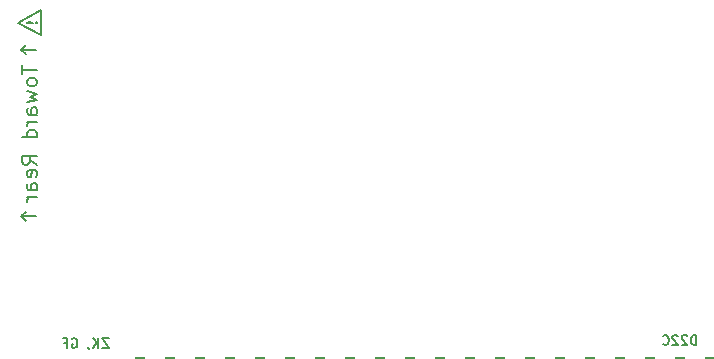
<source format=gbo>
G04 #@! TF.GenerationSoftware,KiCad,Pcbnew,7.0.10*
G04 #@! TF.CreationDate,2024-04-24T04:09:33-04:00*
G04 #@! TF.ProjectId,RAM2GS,52414d32-4753-42e6-9b69-6361645f7063,2.2*
G04 #@! TF.SameCoordinates,Original*
G04 #@! TF.FileFunction,Legend,Bot*
G04 #@! TF.FilePolarity,Positive*
%FSLAX46Y46*%
G04 Gerber Fmt 4.6, Leading zero omitted, Abs format (unit mm)*
G04 Created by KiCad (PCBNEW 7.0.10) date 2024-04-24 04:09:33*
%MOMM*%
%LPD*%
G01*
G04 APERTURE LIST*
G04 Aperture macros list*
%AMRoundRect*
0 Rectangle with rounded corners*
0 $1 Rounding radius*
0 $2 $3 $4 $5 $6 $7 $8 $9 X,Y pos of 4 corners*
0 Add a 4 corners polygon primitive as box body*
4,1,4,$2,$3,$4,$5,$6,$7,$8,$9,$2,$3,0*
0 Add four circle primitives for the rounded corners*
1,1,$1+$1,$2,$3*
1,1,$1+$1,$4,$5*
1,1,$1+$1,$6,$7*
1,1,$1+$1,$8,$9*
0 Add four rect primitives between the rounded corners*
20,1,$1+$1,$2,$3,$4,$5,0*
20,1,$1+$1,$4,$5,$6,$7,0*
20,1,$1+$1,$6,$7,$8,$9,0*
20,1,$1+$1,$8,$9,$2,$3,0*%
G04 Aperture macros list end*
%ADD10C,0.200000*%
%ADD11C,0.203200*%
%ADD12C,0.190500*%
%ADD13C,0.000000*%
%ADD14RoundRect,0.419100X-0.419100X-3.327100X0.419100X-3.327100X0.419100X3.327100X-0.419100X3.327100X0*%
%ADD15C,2.152400*%
%ADD16C,2.527300*%
%ADD17C,1.143000*%
%ADD18C,1.448000*%
G04 APERTURE END LIST*
D10*
X48895000Y-119634000D02*
X47625000Y-119634000D01*
X47625000Y-119634000D02*
X48006000Y-120015000D01*
X47625000Y-119634000D02*
X48006000Y-119253000D01*
X47625000Y-105537000D02*
X48006000Y-105918000D01*
X47625000Y-105537000D02*
X48006000Y-105156000D01*
X48895000Y-105537000D02*
X47625000Y-105537000D01*
X47371000Y-103251000D02*
X49276000Y-102171500D01*
X49276000Y-104330500D02*
X47371000Y-103251000D01*
X49276000Y-102171500D02*
X49276000Y-104330500D01*
X47694126Y-106873524D02*
X47694126Y-107599238D01*
X48964126Y-107236381D02*
X47694126Y-107236381D01*
X48964126Y-108204000D02*
X48903650Y-108083048D01*
X48903650Y-108083048D02*
X48843173Y-108022571D01*
X48843173Y-108022571D02*
X48722221Y-107962095D01*
X48722221Y-107962095D02*
X48359364Y-107962095D01*
X48359364Y-107962095D02*
X48238411Y-108022571D01*
X48238411Y-108022571D02*
X48177935Y-108083048D01*
X48177935Y-108083048D02*
X48117459Y-108204000D01*
X48117459Y-108204000D02*
X48117459Y-108385429D01*
X48117459Y-108385429D02*
X48177935Y-108506381D01*
X48177935Y-108506381D02*
X48238411Y-108566857D01*
X48238411Y-108566857D02*
X48359364Y-108627333D01*
X48359364Y-108627333D02*
X48722221Y-108627333D01*
X48722221Y-108627333D02*
X48843173Y-108566857D01*
X48843173Y-108566857D02*
X48903650Y-108506381D01*
X48903650Y-108506381D02*
X48964126Y-108385429D01*
X48964126Y-108385429D02*
X48964126Y-108204000D01*
X48117459Y-109050667D02*
X48964126Y-109292572D01*
X48964126Y-109292572D02*
X48359364Y-109534477D01*
X48359364Y-109534477D02*
X48964126Y-109776381D01*
X48964126Y-109776381D02*
X48117459Y-110018286D01*
X48964126Y-111046381D02*
X48298888Y-111046381D01*
X48298888Y-111046381D02*
X48177935Y-110985905D01*
X48177935Y-110985905D02*
X48117459Y-110864953D01*
X48117459Y-110864953D02*
X48117459Y-110623048D01*
X48117459Y-110623048D02*
X48177935Y-110502095D01*
X48903650Y-111046381D02*
X48964126Y-110925429D01*
X48964126Y-110925429D02*
X48964126Y-110623048D01*
X48964126Y-110623048D02*
X48903650Y-110502095D01*
X48903650Y-110502095D02*
X48782697Y-110441619D01*
X48782697Y-110441619D02*
X48661745Y-110441619D01*
X48661745Y-110441619D02*
X48540792Y-110502095D01*
X48540792Y-110502095D02*
X48480316Y-110623048D01*
X48480316Y-110623048D02*
X48480316Y-110925429D01*
X48480316Y-110925429D02*
X48419840Y-111046381D01*
X48964126Y-111651143D02*
X48117459Y-111651143D01*
X48359364Y-111651143D02*
X48238411Y-111711620D01*
X48238411Y-111711620D02*
X48177935Y-111772096D01*
X48177935Y-111772096D02*
X48117459Y-111893048D01*
X48117459Y-111893048D02*
X48117459Y-112014001D01*
X48964126Y-112981619D02*
X47694126Y-112981619D01*
X48903650Y-112981619D02*
X48964126Y-112860667D01*
X48964126Y-112860667D02*
X48964126Y-112618762D01*
X48964126Y-112618762D02*
X48903650Y-112497810D01*
X48903650Y-112497810D02*
X48843173Y-112437333D01*
X48843173Y-112437333D02*
X48722221Y-112376857D01*
X48722221Y-112376857D02*
X48359364Y-112376857D01*
X48359364Y-112376857D02*
X48238411Y-112437333D01*
X48238411Y-112437333D02*
X48177935Y-112497810D01*
X48177935Y-112497810D02*
X48117459Y-112618762D01*
X48117459Y-112618762D02*
X48117459Y-112860667D01*
X48117459Y-112860667D02*
X48177935Y-112981619D01*
X48964126Y-115279715D02*
X48359364Y-114856381D01*
X48964126Y-114554000D02*
X47694126Y-114554000D01*
X47694126Y-114554000D02*
X47694126Y-115037810D01*
X47694126Y-115037810D02*
X47754602Y-115158762D01*
X47754602Y-115158762D02*
X47815078Y-115219239D01*
X47815078Y-115219239D02*
X47936030Y-115279715D01*
X47936030Y-115279715D02*
X48117459Y-115279715D01*
X48117459Y-115279715D02*
X48238411Y-115219239D01*
X48238411Y-115219239D02*
X48298888Y-115158762D01*
X48298888Y-115158762D02*
X48359364Y-115037810D01*
X48359364Y-115037810D02*
X48359364Y-114554000D01*
X48903650Y-116307810D02*
X48964126Y-116186858D01*
X48964126Y-116186858D02*
X48964126Y-115944953D01*
X48964126Y-115944953D02*
X48903650Y-115824000D01*
X48903650Y-115824000D02*
X48782697Y-115763524D01*
X48782697Y-115763524D02*
X48298888Y-115763524D01*
X48298888Y-115763524D02*
X48177935Y-115824000D01*
X48177935Y-115824000D02*
X48117459Y-115944953D01*
X48117459Y-115944953D02*
X48117459Y-116186858D01*
X48117459Y-116186858D02*
X48177935Y-116307810D01*
X48177935Y-116307810D02*
X48298888Y-116368286D01*
X48298888Y-116368286D02*
X48419840Y-116368286D01*
X48419840Y-116368286D02*
X48540792Y-115763524D01*
X48964126Y-117456857D02*
X48298888Y-117456857D01*
X48298888Y-117456857D02*
X48177935Y-117396381D01*
X48177935Y-117396381D02*
X48117459Y-117275429D01*
X48117459Y-117275429D02*
X48117459Y-117033524D01*
X48117459Y-117033524D02*
X48177935Y-116912571D01*
X48903650Y-117456857D02*
X48964126Y-117335905D01*
X48964126Y-117335905D02*
X48964126Y-117033524D01*
X48964126Y-117033524D02*
X48903650Y-116912571D01*
X48903650Y-116912571D02*
X48782697Y-116852095D01*
X48782697Y-116852095D02*
X48661745Y-116852095D01*
X48661745Y-116852095D02*
X48540792Y-116912571D01*
X48540792Y-116912571D02*
X48480316Y-117033524D01*
X48480316Y-117033524D02*
X48480316Y-117335905D01*
X48480316Y-117335905D02*
X48419840Y-117456857D01*
X48964126Y-118061619D02*
X48117459Y-118061619D01*
X48359364Y-118061619D02*
X48238411Y-118122096D01*
X48238411Y-118122096D02*
X48177935Y-118182572D01*
X48177935Y-118182572D02*
X48117459Y-118303524D01*
X48117459Y-118303524D02*
X48117459Y-118424477D01*
D11*
X55021237Y-129981649D02*
X54479371Y-129981649D01*
X54479371Y-129981649D02*
X55021237Y-130794449D01*
X55021237Y-130794449D02*
X54479371Y-130794449D01*
X54169733Y-130794449D02*
X54169733Y-129981649D01*
X53705276Y-130794449D02*
X54053618Y-130329992D01*
X53705276Y-129981649D02*
X54169733Y-130446106D01*
X53318228Y-130755745D02*
X53318228Y-130794449D01*
X53318228Y-130794449D02*
X53356933Y-130871859D01*
X53356933Y-130871859D02*
X53395637Y-130910564D01*
X51924856Y-130020354D02*
X52002266Y-129981649D01*
X52002266Y-129981649D02*
X52118380Y-129981649D01*
X52118380Y-129981649D02*
X52234494Y-130020354D01*
X52234494Y-130020354D02*
X52311904Y-130097764D01*
X52311904Y-130097764D02*
X52350609Y-130175173D01*
X52350609Y-130175173D02*
X52389313Y-130329992D01*
X52389313Y-130329992D02*
X52389313Y-130446106D01*
X52389313Y-130446106D02*
X52350609Y-130600925D01*
X52350609Y-130600925D02*
X52311904Y-130678335D01*
X52311904Y-130678335D02*
X52234494Y-130755745D01*
X52234494Y-130755745D02*
X52118380Y-130794449D01*
X52118380Y-130794449D02*
X52040971Y-130794449D01*
X52040971Y-130794449D02*
X51924856Y-130755745D01*
X51924856Y-130755745D02*
X51886152Y-130717040D01*
X51886152Y-130717040D02*
X51886152Y-130446106D01*
X51886152Y-130446106D02*
X52040971Y-130446106D01*
X51266875Y-130368697D02*
X51537809Y-130368697D01*
X51537809Y-130794449D02*
X51537809Y-129981649D01*
X51537809Y-129981649D02*
X51150761Y-129981649D01*
X104771371Y-130540449D02*
X104771371Y-129727649D01*
X104771371Y-129727649D02*
X104577847Y-129727649D01*
X104577847Y-129727649D02*
X104461733Y-129766354D01*
X104461733Y-129766354D02*
X104384323Y-129843764D01*
X104384323Y-129843764D02*
X104345618Y-129921173D01*
X104345618Y-129921173D02*
X104306914Y-130075992D01*
X104306914Y-130075992D02*
X104306914Y-130192106D01*
X104306914Y-130192106D02*
X104345618Y-130346925D01*
X104345618Y-130346925D02*
X104384323Y-130424335D01*
X104384323Y-130424335D02*
X104461733Y-130501745D01*
X104461733Y-130501745D02*
X104577847Y-130540449D01*
X104577847Y-130540449D02*
X104771371Y-130540449D01*
X103997275Y-129805059D02*
X103958571Y-129766354D01*
X103958571Y-129766354D02*
X103881161Y-129727649D01*
X103881161Y-129727649D02*
X103687637Y-129727649D01*
X103687637Y-129727649D02*
X103610228Y-129766354D01*
X103610228Y-129766354D02*
X103571523Y-129805059D01*
X103571523Y-129805059D02*
X103532818Y-129882468D01*
X103532818Y-129882468D02*
X103532818Y-129959878D01*
X103532818Y-129959878D02*
X103571523Y-130075992D01*
X103571523Y-130075992D02*
X104035980Y-130540449D01*
X104035980Y-130540449D02*
X103532818Y-130540449D01*
X103223180Y-129805059D02*
X103184476Y-129766354D01*
X103184476Y-129766354D02*
X103107066Y-129727649D01*
X103107066Y-129727649D02*
X102913542Y-129727649D01*
X102913542Y-129727649D02*
X102836133Y-129766354D01*
X102836133Y-129766354D02*
X102797428Y-129805059D01*
X102797428Y-129805059D02*
X102758723Y-129882468D01*
X102758723Y-129882468D02*
X102758723Y-129959878D01*
X102758723Y-129959878D02*
X102797428Y-130075992D01*
X102797428Y-130075992D02*
X103261885Y-130540449D01*
X103261885Y-130540449D02*
X102758723Y-130540449D01*
X101945924Y-130463040D02*
X101984628Y-130501745D01*
X101984628Y-130501745D02*
X102100743Y-130540449D01*
X102100743Y-130540449D02*
X102178152Y-130540449D01*
X102178152Y-130540449D02*
X102294266Y-130501745D01*
X102294266Y-130501745D02*
X102371676Y-130424335D01*
X102371676Y-130424335D02*
X102410381Y-130346925D01*
X102410381Y-130346925D02*
X102449085Y-130192106D01*
X102449085Y-130192106D02*
X102449085Y-130075992D01*
X102449085Y-130075992D02*
X102410381Y-129921173D01*
X102410381Y-129921173D02*
X102371676Y-129843764D01*
X102371676Y-129843764D02*
X102294266Y-129766354D01*
X102294266Y-129766354D02*
X102178152Y-129727649D01*
X102178152Y-129727649D02*
X102100743Y-129727649D01*
X102100743Y-129727649D02*
X101984628Y-129766354D01*
X101984628Y-129766354D02*
X101945924Y-129805059D01*
D12*
X48866201Y-103250999D02*
X48904906Y-103289704D01*
X48904906Y-103289704D02*
X48943610Y-103250999D01*
X48943610Y-103250999D02*
X48904906Y-103212295D01*
X48904906Y-103212295D02*
X48866201Y-103250999D01*
X48866201Y-103250999D02*
X48943610Y-103250999D01*
X48633972Y-103250999D02*
X48169515Y-103212295D01*
X48169515Y-103212295D02*
X48130810Y-103250999D01*
X48130810Y-103250999D02*
X48169515Y-103289704D01*
X48169515Y-103289704D02*
X48633972Y-103250999D01*
X48633972Y-103250999D02*
X48130810Y-103250999D01*
%LPC*%
D13*
G36*
X113538000Y-139446000D02*
G01*
X113030000Y-139954000D01*
X55626000Y-139954000D01*
X55118000Y-139446000D01*
X55118000Y-132080000D01*
X113538000Y-132080000D01*
X113538000Y-139446000D01*
G37*
D14*
X110998000Y-135282000D03*
X108458000Y-135282000D03*
X105918000Y-135282000D03*
X103378000Y-135282000D03*
X100838000Y-135282000D03*
X98298000Y-135282000D03*
X95758000Y-135282000D03*
X93218000Y-135282000D03*
X90678000Y-135282000D03*
X88138000Y-135282000D03*
X85598000Y-135282000D03*
X83058000Y-135282000D03*
X80518000Y-135282000D03*
X77978000Y-135282000D03*
X75438000Y-135282000D03*
X72898000Y-135282000D03*
X70358000Y-135282000D03*
X67818000Y-135282000D03*
X65278000Y-135282000D03*
X62738000Y-135282000D03*
X60198000Y-135282000D03*
X57658000Y-135282000D03*
D15*
X110998000Y-130175000D03*
D16*
X102575974Y-96924872D03*
D17*
X100779923Y-98720923D03*
D16*
X98983872Y-100516974D03*
X106617090Y-100965987D03*
X103024987Y-104558090D03*
D17*
X106886497Y-103390656D03*
X105449656Y-104827497D03*
D18*
X48514000Y-93726000D03*
X102870000Y-93726000D03*
X48514000Y-129540000D03*
X111506000Y-115189000D03*
%LPD*%
M02*

</source>
